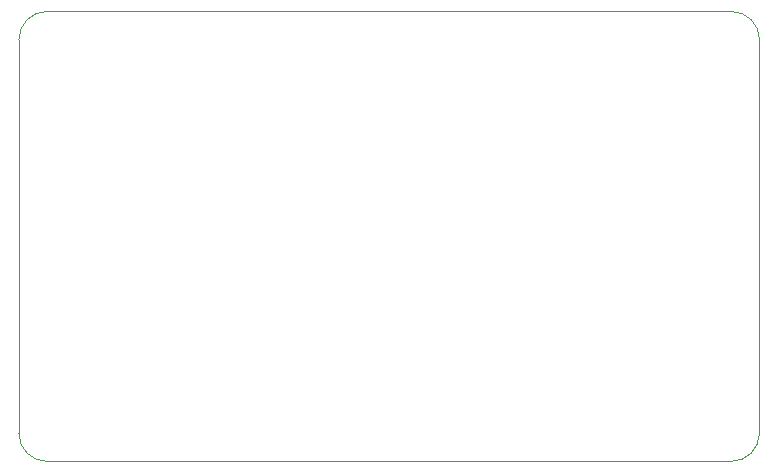
<source format=gbr>
%TF.GenerationSoftware,KiCad,Pcbnew,(5.1.7)-1*%
%TF.CreationDate,2020-10-25T17:01:22-04:00*%
%TF.ProjectId,keyboard_test,6b657962-6f61-4726-945f-746573742e6b,rev?*%
%TF.SameCoordinates,Original*%
%TF.FileFunction,Profile,NP*%
%FSLAX46Y46*%
G04 Gerber Fmt 4.6, Leading zero omitted, Abs format (unit mm)*
G04 Created by KiCad (PCBNEW (5.1.7)-1) date 2020-10-25 17:01:22*
%MOMM*%
%LPD*%
G01*
G04 APERTURE LIST*
%TA.AperFunction,Profile*%
%ADD10C,0.050000*%
%TD*%
G04 APERTURE END LIST*
D10*
X23812500Y-84137500D02*
X81756250Y-84137500D01*
X21431250Y-48418750D02*
X21431250Y-81756250D01*
X81756250Y-46037500D02*
X23812500Y-46037500D01*
X84137500Y-81756250D02*
X84137500Y-48418750D01*
X84137500Y-81756250D02*
G75*
G02*
X81756250Y-84137500I-2381250J0D01*
G01*
X23812500Y-84137500D02*
G75*
G02*
X21431250Y-81756250I0J2381250D01*
G01*
X21431250Y-48418750D02*
G75*
G02*
X23812500Y-46037500I2381250J0D01*
G01*
X81756250Y-46037500D02*
G75*
G02*
X84137500Y-48418750I0J-2381250D01*
G01*
M02*

</source>
